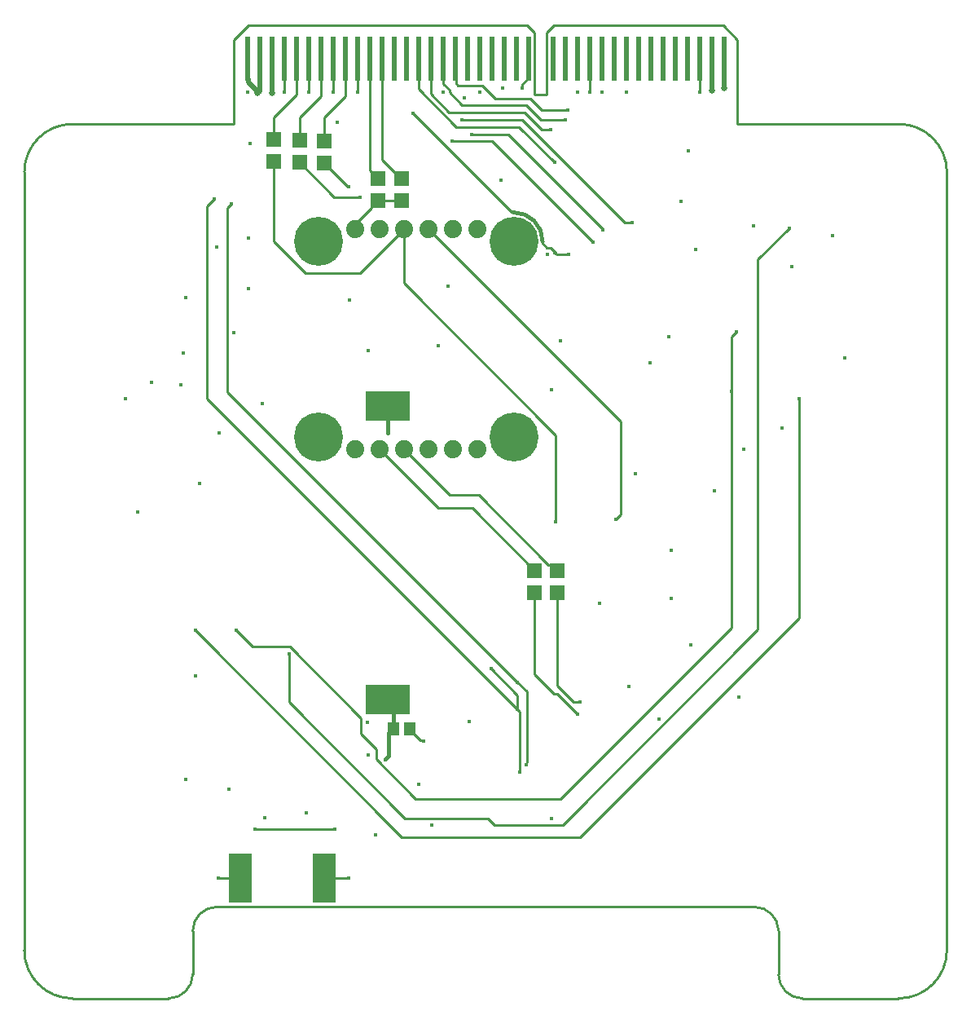
<source format=gbr>
%TF.GenerationSoftware,Altium Limited,Altium Designer,23.2.1 (34)*%
G04 Layer_Physical_Order=4*
G04 Layer_Color=16711680*
%FSLAX45Y45*%
%MOMM*%
%TF.SameCoordinates,CECF9715-3839-4E6E-A075-D830FB70F3A2*%
%TF.FilePolarity,Positive*%
%TF.FileFunction,Copper,L4,Bot,Signal*%
%TF.Part,Single*%
G01*
G75*
%TA.AperFunction,SMDPad,CuDef*%
%ADD10R,1.52400X1.52400*%
%ADD11R,1.52400X1.52400*%
%ADD12R,0.53000X4.57200*%
%ADD20R,1.20000X1.40000*%
%ADD23R,2.41300X5.08000*%
%TA.AperFunction,Conductor*%
%ADD25C,0.29337*%
%ADD26C,0.29300*%
%ADD27C,0.50000*%
%ADD29C,0.40600*%
%ADD30C,0.40640*%
%ADD31C,0.25400*%
%TA.AperFunction,NonConductor*%
%ADD32C,0.25400*%
%TA.AperFunction,ComponentPad*%
%ADD33C,5.08000*%
%ADD34C,1.87960*%
%TA.AperFunction,ViaPad*%
%ADD35C,0.44400*%
%ADD36C,0.63500*%
%TA.AperFunction,SMDPad,CuDef*%
%ADD43R,4.57200X3.04800*%
D10*
X3925000Y8514300D02*
D03*
Y8285700D02*
D03*
X3120000Y8904300D02*
D03*
Y8675700D02*
D03*
X2860000Y8908600D02*
D03*
Y8680000D02*
D03*
X2590000Y8918600D02*
D03*
Y8690000D02*
D03*
X3675000Y8514300D02*
D03*
X5537200Y4211480D02*
D03*
Y4440080D02*
D03*
X5300000Y4215700D02*
D03*
Y4444300D02*
D03*
D11*
X3675000Y8285700D02*
D03*
D12*
X7270700Y9760000D02*
D03*
X6000700D02*
D03*
X6127700D02*
D03*
X6254700D02*
D03*
X6381700D02*
D03*
X6508700D02*
D03*
X6635700D02*
D03*
X6762700D02*
D03*
X6889700D02*
D03*
X3841700D02*
D03*
X3968700D02*
D03*
X4603700D02*
D03*
X4730700D02*
D03*
X4857700D02*
D03*
X4984700D02*
D03*
X5111700D02*
D03*
X5492700D02*
D03*
X5619700D02*
D03*
X5746700D02*
D03*
X5238700D02*
D03*
X7143700D02*
D03*
X7016700D02*
D03*
X5873700D02*
D03*
X4476700D02*
D03*
X4349700D02*
D03*
X4222700D02*
D03*
X4095700D02*
D03*
X3714700D02*
D03*
X3587700D02*
D03*
X3460700D02*
D03*
X3333700D02*
D03*
X3206700D02*
D03*
X3079700D02*
D03*
X2952700D02*
D03*
X2825700D02*
D03*
X2698700D02*
D03*
X2571700D02*
D03*
X2444700D02*
D03*
X2317700D02*
D03*
D20*
X3835000Y2800000D02*
D03*
X4005000D02*
D03*
D23*
X3118150Y1250000D02*
D03*
X2241850D02*
D03*
D25*
X5215151Y2440151D02*
X5225000Y2450000D01*
X5212269Y2425000D02*
X5215151Y2427882D01*
Y2440151D01*
X5225000Y2450000D02*
Y3184380D01*
X5125000Y3284380D02*
X5225000Y3184380D01*
X2112100Y6297280D02*
X5125000Y3284380D01*
X3944000Y7431000D02*
Y7990000D01*
Y7431000D02*
X5525000Y5850000D01*
Y4950000D02*
Y5850000D01*
X3675000Y8285700D02*
X3925000D01*
X3480995Y8080995D02*
X3611500Y8211500D01*
X3587700Y8601600D02*
X3675000Y8514300D01*
X3587700Y8601600D02*
Y9760000D01*
X3948213Y8476787D02*
Y8491087D01*
X3861500Y8577800D02*
X3948213Y8491087D01*
X3714700Y8710300D02*
Y9760000D01*
X3847200Y8577800D02*
X3861500D01*
X3714700Y8710300D02*
X3847200Y8577800D01*
X5125000Y2998972D02*
X5150000Y2973972D01*
X5125000Y2998972D02*
Y3000000D01*
X5150000Y2350000D02*
Y2973972D01*
X5520373Y7739584D02*
X5531727Y7730000D01*
X5507920Y7753807D02*
X5515011Y7745055D01*
X5507920Y7758132D02*
X5507920Y7753807D01*
X5468133Y7797920D02*
X5507920Y7758132D01*
X5432080Y7797920D02*
X5468133D01*
X5386708Y7843292D02*
X5432080Y7797920D01*
X5386706Y7860124D02*
X5386708Y7843292D01*
X5067292Y8162708D02*
X5084125Y8162706D01*
X4040000Y9190000D02*
X5067292Y8162708D01*
X5546588Y7730000D02*
X5660000D01*
X5531727Y7730000D02*
X5546588Y7730000D01*
X4850727Y3424273D02*
X5125000Y3150000D01*
Y3000000D02*
Y3150000D01*
X6200000Y5025000D02*
Y5988000D01*
X6150000Y4975000D02*
X6200000Y5025000D01*
X4198000Y7990000D02*
X6200000Y5988000D01*
X1900000Y6225000D02*
Y8225000D01*
Y6225000D02*
X5125000Y3000000D01*
X1900000Y8225000D02*
X1975000Y8300000D01*
X2112100Y6297280D02*
Y8211072D01*
X2150000Y8248972D01*
Y8250000D01*
X3333700Y9365890D02*
Y9760000D01*
X3120000Y9152190D02*
X3333700Y9365890D01*
X3120000Y8904300D02*
Y9152190D01*
X3079700Y9371040D02*
Y9760000D01*
X2860000Y9151340D02*
X3079700Y9371040D01*
X2860000Y8908600D02*
Y9151340D01*
X2825700Y9384040D02*
Y9760000D01*
X2590000Y9148340D02*
X2825700Y9384040D01*
X2590000Y8918600D02*
Y9148340D01*
X3120000Y8675700D02*
X3365700Y8430000D01*
X3370000D01*
X3220000Y8320000D02*
X3490000D01*
X2860000Y8680000D02*
X3220000Y8320000D01*
X2590000Y7861027D02*
X2918227Y7532800D01*
X2590000Y7861027D02*
Y8690000D01*
X3486800Y7532800D02*
X3944000Y7990000D01*
X2918227Y7532800D02*
X3486800D01*
D26*
X4005000Y2790000D02*
X4117111Y2677889D01*
X4147111D01*
X4150000Y2675000D01*
X4005000Y2790000D02*
Y2800000D01*
X5257900Y9342100D02*
X5375000Y9225000D01*
X5650000D01*
X4894625Y9342100D02*
X5257900D01*
X4756560Y9480164D02*
X4894625Y9342100D01*
X5177889Y9452889D02*
Y9497089D01*
X5238700Y9557900D02*
Y9760000D01*
X5177889Y9497089D02*
X5238700Y9557900D01*
X5175000Y9450000D02*
X5177889Y9452889D01*
X5300000Y3369480D02*
X5507922Y3161558D01*
X5538442D01*
X5750000Y2950000D01*
X5708480Y3075000D02*
X5775000D01*
X5537200Y3246280D02*
X5708480Y3075000D01*
X5575000Y2075000D02*
X7350000Y3850000D01*
X4066965Y2075000D02*
X5575000D01*
X3658890Y2483075D02*
X4066965Y2075000D01*
X4508160Y9480164D02*
X4756560D01*
X4484377Y9503947D02*
X4508160Y9480164D01*
X4484377Y9503947D02*
Y9665623D01*
X4550000Y9275000D02*
X5215725D01*
X4417600Y9407400D02*
Y9438125D01*
Y9407400D02*
X4550000Y9275000D01*
X4355900Y9499825D02*
Y9753800D01*
Y9499825D02*
X4417600Y9438125D01*
X4349700Y9760000D02*
X4355900Y9753800D01*
X5215725Y9275000D02*
X5365725Y9125000D01*
X4222700Y9392734D02*
X4414174Y9201260D01*
X4573740D01*
X4575000Y9200000D01*
X5200000D02*
X5380000Y9020000D01*
X4575000Y9200000D02*
X5200000D01*
X4550000Y9125000D02*
X5175000D01*
X6240000Y8060000D01*
X5140000Y9050000D02*
X5510000Y8680000D01*
X4095700Y9444300D02*
X4490000Y9050000D01*
X5140000D01*
X6009281Y7980719D02*
X6010000Y7980000D01*
X6009281Y7980719D02*
Y7990720D01*
X5032080Y8967920D02*
X6009281Y7990720D01*
X4650000Y8967920D02*
X5032080D01*
X4450000Y8900000D02*
X4860000D01*
X5910000Y7850000D01*
X5365725Y9125000D02*
X5625000D01*
X5380000Y9020000D02*
X5470000D01*
X6240000Y8060000D02*
X6320000D01*
X7625000Y7675000D02*
X7950000Y8000000D01*
X5598133Y1802080D02*
X7625000Y3828947D01*
Y7675000D01*
X7350000Y3850000D02*
Y6300000D01*
X3925000Y1675000D02*
X5775000D01*
X8050000Y3950000D01*
Y6225000D01*
X1775000Y3825000D02*
X3925000Y1675000D01*
X2750000Y3075000D02*
Y3575000D01*
Y3075000D02*
X3957080Y1867920D01*
X4818910D01*
X2763034Y3650000D02*
X3501370Y2911664D01*
X2375000Y3650000D02*
X2763034D01*
X3658890Y2483075D02*
Y2588645D01*
X3501370Y2746165D02*
X3658890Y2588645D01*
X3501370Y2746165D02*
Y2911664D01*
X2200000Y3825000D02*
X2375000Y3650000D01*
X7350000Y6300000D02*
Y6875000D01*
X7400000Y6925000D01*
X4818910Y1867920D02*
X4884750Y1802080D01*
X5598133D01*
X5537200Y3246280D02*
Y4211480D01*
X5300000Y3369480D02*
Y4215700D01*
X2020000Y1250000D02*
X2241850D01*
X3118150D02*
X3370000D01*
X4222700Y9392734D02*
Y9557900D01*
Y9760000D01*
X4095700Y9444300D02*
Y9760000D01*
X2698700Y9410000D02*
Y9760000D01*
X2952700Y9410000D02*
Y9760000D01*
X3206700Y9410000D02*
Y9760000D01*
X3460700Y9410000D02*
Y9760000D01*
X5873700Y9410000D02*
Y9760000D01*
X7016700Y9410000D02*
Y9760000D01*
D27*
X7143700Y9431300D02*
Y9760000D01*
Y9431300D02*
X7150000Y9425000D01*
X7272200Y9456453D02*
Y9758500D01*
Y9456453D02*
X7275000Y9453653D01*
X7270700Y9760000D02*
X7272200Y9758500D01*
X7275000Y9450000D02*
Y9453653D01*
X2571700Y9760000D02*
X2573200Y9758500D01*
Y9401800D02*
Y9758500D01*
Y9401800D02*
X2575000Y9400000D01*
X2425000D02*
Y9403653D01*
X2444700Y9423353D02*
Y9760000D01*
X2425000Y9403653D02*
X2444700Y9423353D01*
X2422417Y9402583D02*
X2425000Y9400000D01*
X2422417Y9402583D02*
Y9417583D01*
X2319200Y9556400D02*
Y9752000D01*
Y9556400D02*
X2325700Y9549900D01*
Y9514300D02*
X2422417Y9417583D01*
X2325700Y9514300D02*
Y9549900D01*
D29*
X3775000Y5875000D02*
Y6148000D01*
X3835000Y2800000D02*
Y3040000D01*
D30*
X5515011Y7745055D02*
G03*
X5520373Y7739585I31577J25584D01*
G01*
X5386706Y7860124D02*
G03*
X5084125Y8162706I-299706J2876D01*
G01*
X3750000Y2485142D02*
X3787700Y2522841D01*
Y2752700D01*
D31*
X3775000Y3100000D02*
X3835000Y3040000D01*
X3480995Y8078983D02*
Y8080995D01*
X3436000Y7990000D02*
Y8033989D01*
X3480995Y8078983D01*
X5473700Y4503580D02*
X5537200Y4440080D01*
X5447001Y4503580D02*
X5473700D01*
X4725582Y5225000D02*
X5447001Y4503580D01*
X3944000Y5704000D02*
X4423000Y5225000D01*
X4725582D01*
X3690000Y5704000D02*
X4303652Y5090348D01*
X4653952D02*
X5300000Y4444300D01*
X4303652Y5090348D02*
X4653952D01*
X4452000Y7977142D02*
Y7990000D01*
X2400000Y1760000D02*
X3230000D01*
X3787700Y2752700D02*
X3835000Y2800000D01*
X3750000Y2480000D02*
Y2485142D01*
D32*
X9588500Y8580500D02*
G03*
X9088500Y9080500I-500000J0D01*
G01*
X7838500Y250000D02*
G03*
X8088500Y0I250000J0D01*
G01*
X7838500Y700000D02*
G03*
X7588500Y950000I-250000J0D01*
G01*
X9088500Y0D02*
G03*
X9588500Y500000I0J500000D01*
G01*
X500000Y9080500D02*
G03*
X0Y8580500I0J-500000D01*
G01*
X2000000Y950000D02*
G03*
X1750000Y700000I0J-250000D01*
G01*
X0Y500000D02*
G03*
X500000Y0I500000J0D01*
G01*
X1500000D02*
G03*
X1750000Y250000I-0J250000D01*
G01*
X5303700Y9385500D02*
X5427700D01*
X7411700Y9080500D02*
X9088500D01*
X7838500Y250000D02*
Y700000D01*
X8088500Y0D02*
X9088500D01*
X2000000Y950000D02*
X7588500D01*
X500000Y9080500D02*
X2176700D01*
X0Y500000D02*
Y8580500D01*
X1750000Y250000D02*
Y700000D01*
X500000Y0D02*
X1500000D01*
X5228700Y10101500D02*
X5303700Y10026500D01*
X5303700D02*
X5303750Y9385500D01*
X5427700D02*
Y10026500D01*
X5502700Y10101500D01*
X2326700D02*
X5228700D01*
X2176700Y9951700D02*
X2326700Y10101500D01*
X7261700D02*
X7411700Y9951700D01*
X5502700Y10101500D02*
X7261700D01*
X7411700Y9080500D02*
Y9951700D01*
X2176700D02*
X2176750Y9080500D01*
X9588500Y500000D02*
Y8580500D01*
D33*
X5087000Y7863000D02*
D03*
Y5831000D02*
D03*
X3055000D02*
D03*
Y7863000D02*
D03*
D34*
X4706000Y7990000D02*
D03*
X4452000D02*
D03*
X4198000D02*
D03*
X3944000D02*
D03*
X3690000D02*
D03*
X3436000D02*
D03*
Y5704000D02*
D03*
X3690000D02*
D03*
X3944000D02*
D03*
X4198000D02*
D03*
X4452000D02*
D03*
X4706000D02*
D03*
D35*
X7575000Y8025000D02*
D03*
X4400000Y7400000D02*
D03*
X3575000Y6725000D02*
D03*
X3375000Y7250000D02*
D03*
X2475000Y6175000D02*
D03*
X2025000Y5875000D02*
D03*
X1825000Y5350000D02*
D03*
X1175000Y5050000D02*
D03*
X1675000Y2275000D02*
D03*
X1775000Y3350000D02*
D03*
X4100000Y2225000D02*
D03*
X3650000Y1700000D02*
D03*
X6925000Y3675000D02*
D03*
X7425000Y3125000D02*
D03*
X6725000Y4650000D02*
D03*
X6350000Y5450000D02*
D03*
X4300000Y6775000D02*
D03*
X5475000Y6325000D02*
D03*
X5575000Y6825000D02*
D03*
X6700000Y6875000D02*
D03*
X6975000Y7775000D02*
D03*
X6500000Y6600000D02*
D03*
X7175000Y5275000D02*
D03*
X7475000Y5700000D02*
D03*
X7875000Y5925000D02*
D03*
X8525000Y6650000D02*
D03*
X7975000Y7600000D02*
D03*
X8400000Y7925000D02*
D03*
X6900000Y8800000D02*
D03*
X6825000Y8275000D02*
D03*
X4950000Y8500000D02*
D03*
X3250000Y9100000D02*
D03*
X2350000Y8875000D02*
D03*
X2000000Y7800000D02*
D03*
X2325000Y7900000D02*
D03*
Y7375000D02*
D03*
X1675000Y7275000D02*
D03*
X1650000Y6700000D02*
D03*
X1325000Y6400000D02*
D03*
X1050000Y6225000D02*
D03*
X5212269Y2425000D02*
D03*
X2125000Y2175000D02*
D03*
X2500000Y1875000D02*
D03*
X3575000Y2525000D02*
D03*
X4150000Y2675000D02*
D03*
X4975000Y9450000D02*
D03*
X5175000D02*
D03*
X3775000Y5875000D02*
D03*
X5750000Y2950000D02*
D03*
X5775000Y3075000D02*
D03*
X5150000Y2350000D02*
D03*
X1625000Y6375000D02*
D03*
X4575000Y9350000D02*
D03*
X5650000Y9225000D02*
D03*
X4550000Y9125000D02*
D03*
X4650000Y8967920D02*
D03*
X4450000Y8900000D02*
D03*
X5625000Y9125000D02*
D03*
X7400000Y6925000D02*
D03*
X7350000Y6300000D02*
D03*
X2200000Y3825000D02*
D03*
X8050000Y6225000D02*
D03*
X1775000Y3825000D02*
D03*
X6725000Y4150000D02*
D03*
X5975000Y4100000D02*
D03*
X4850000Y3425000D02*
D03*
X6150000Y4975000D02*
D03*
X5525000Y4950000D02*
D03*
X7950000Y8000000D02*
D03*
X2750000Y3575000D02*
D03*
X1975000Y8300000D02*
D03*
X5125000Y3000000D02*
D03*
X2150000Y8250000D02*
D03*
X5125000Y3284380D02*
D03*
X4625000Y2875000D02*
D03*
X3563620Y2862580D02*
D03*
X2932889Y1922889D02*
D03*
X2020000Y1250000D02*
D03*
X3370000D02*
D03*
X2180000Y6910000D02*
D03*
X5470000Y9020000D02*
D03*
X5510000Y8680000D02*
D03*
X6010000Y7980000D02*
D03*
X5440000Y7730000D02*
D03*
X6320000Y8060000D02*
D03*
X5910000Y7850000D02*
D03*
X4040000Y9190000D02*
D03*
X5660000Y7730000D02*
D03*
X6280000Y3240000D02*
D03*
X3230000Y1760000D02*
D03*
X2400000D02*
D03*
X3370000Y8430000D02*
D03*
X3490000Y8320000D02*
D03*
X3750000Y2480000D02*
D03*
X6600000Y2900000D02*
D03*
X4230000Y1800000D02*
D03*
X5480000Y1870000D02*
D03*
X7016700Y9410000D02*
D03*
X6254700D02*
D03*
X6000700D02*
D03*
X5873700D02*
D03*
X5746700D02*
D03*
X4730700D02*
D03*
X4349700D02*
D03*
X3460700D02*
D03*
X3206700D02*
D03*
X2952700D02*
D03*
X2698700D02*
D03*
X2317700D02*
D03*
D36*
X7275000Y9450000D02*
D03*
X7150000Y9425000D02*
D03*
X2575000Y9400000D02*
D03*
X2425000D02*
D03*
D43*
X3775000Y3100000D02*
D03*
Y6148000D02*
D03*
%TF.MD5,1b80db26e65a6a3141de68b3f00ff57b*%
M02*

</source>
